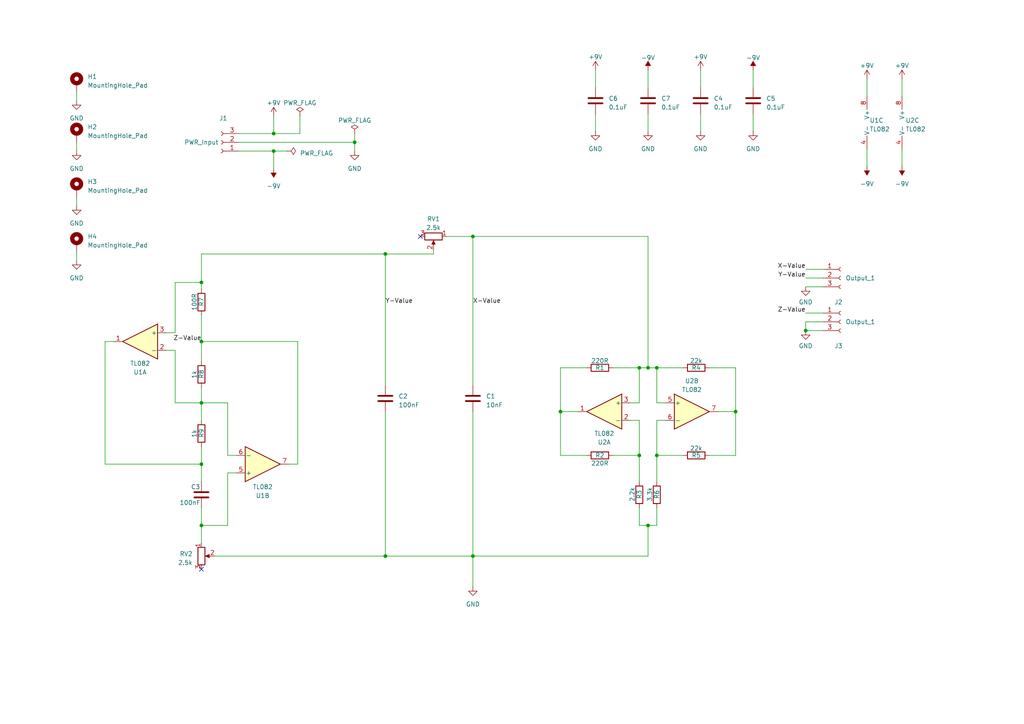
<source format=kicad_sch>
(kicad_sch (version 20230121) (generator eeschema)
  (paper "A4")
  (lib_symbols
    (symbol "Amplifier_Operational:TL082" (pin_names (offset 0.127))
      (property "Reference" "U" (at 0 5.08 0))
      (property "Value" "TL082" (at 0 -5.08 0))
      (symbol "TL082_1_1"
        (polyline (pts (xy -5.08 5.08) (xy 5.08 0) (xy -5.08 -5.08) (xy -5.08 5.08)) (stroke (width 0.254)) (fill (type background)))
        (pin output line (at 7.62 0 180) (length 2.54) (name "~") (number "1"))
        (pin input line (at -7.62 -2.54 0) (length 2.54) (name "-") (number "2"))
        (pin input line (at -7.62 2.54 0) (length 2.54) (name "+") (number "3"))
      )
      (symbol "TL082_2_1"
        (polyline (pts (xy -5.08 5.08) (xy 5.08 0) (xy -5.08 -5.08) (xy -5.08 5.08)) (stroke (width 0.254)) (fill (type background)))
        (pin input line (at -7.62 2.54 0) (length 2.54) (name "+") (number "5"))
        (pin input line (at -7.62 -2.54 0) (length 2.54) (name "-") (number "6"))
        (pin output line (at 7.62 0 180) (length 2.54) (name "~") (number "7"))
      )
      (symbol "TL082_3_1"
        (pin power_in line (at -2.54 -7.62 90) (length 3.81) (name "V-") (number "4"))
        (pin power_in line (at -2.54 7.62 270) (length 3.81) (name "V+") (number "8"))
      )
    )
    (symbol "Connector:Conn_01x03_Socket" (pin_names (offset 1.016) hide)
      (property "Reference" "J" (at 0 5.08 0))
      (property "Value" "Conn_01x03_Socket" (at 0 -5.08 0))
      (symbol "Conn_01x03_Socket_1_1"
        (arc (start 0 -2.032) (mid -0.5058 -2.54) (end 0 -3.048) (stroke (width 0.1524)))
        (polyline (pts (xy -1.27 -2.54) (xy -0.508 -2.54)) (stroke (width 0.1524)))
        (polyline (pts (xy -1.27 0) (xy -0.508 0)) (stroke (width 0.1524)))
        (polyline (pts (xy -1.27 2.54) (xy -0.508 2.54)) (stroke (width 0.1524)))
        (arc (start 0 0.508) (mid -0.5058 0) (end 0 -0.508) (stroke (width 0.1524)))
        (arc (start 0 3.048) (mid -0.5058 2.54) (end 0 2.032) (stroke (width 0.1524)))
        (pin passive line (at -5.08 2.54 0) (length 3.81) (name "Pin_1") (number "1"))
        (pin passive line (at -5.08 0 0) (length 3.81) (name "Pin_2") (number "2"))
        (pin passive line (at -5.08 -2.54 0) (length 3.81) (name "Pin_3") (number "3"))
      )
    )
    (symbol "Device:C" (pin_numbers hide) (pin_names (offset 0.254))
      (property "Reference" "C" (at 0.635 2.54 0))
      (property "Value" "C" (at 0.635 -2.54 0))
      (symbol "C_0_1"
        (polyline (pts (xy -2.032 -0.762) (xy 2.032 -0.762)) (stroke (width 0.508)))
        (polyline (pts (xy -2.032 0.762) (xy 2.032 0.762)) (stroke (width 0.508)))
      )
      (symbol "C_1_1"
        (pin passive line (at 0 3.81 270) (length 2.794) (name "~") (number "1"))
        (pin passive line (at 0 -3.81 90) (length 2.794) (name "~") (number "2"))
      )
    )
    (symbol "Device:R" (pin_numbers hide) (pin_names (offset 0))
      (property "Reference" "R" (at 2.032 0 90))
      (property "Value" "R" (at 0 0 90))
      (symbol "R_0_1"
        (rectangle (start -1.016 -2.54) (end 1.016 2.54) (stroke (width 0.254)))
      )
      (symbol "R_1_1"
        (pin passive line (at 0 3.81 270) (length 1.27) (name "~") (number "1"))
        (pin passive line (at 0 -3.81 90) (length 1.27) (name "~") (number "2"))
      )
    )
    (symbol "Device:R_Potentiometer" (pin_names (offset 1.016) hide)
      (property "Reference" "RV" (at -4.445 0 90))
      (property "Value" "R_Potentiometer" (at -2.54 0 90))
      (symbol "R_Potentiometer_0_1"
        (polyline (pts (xy 2.54 0) (xy 1.524 0)))
        (polyline (pts (xy 1.143 0) (xy 2.286 0.508) (xy 2.286 -0.508) (xy 1.143 0)) (fill (type outline)))
        (rectangle (start 1.016 2.54) (end -1.016 -2.54) (stroke (width 0.254)))
      )
      (symbol "R_Potentiometer_1_1"
        (pin passive line (at 0 3.81 270) (length 1.27) (name "1") (number "1"))
        (pin passive line (at 3.81 0 180) (length 1.27) (name "2") (number "2"))
        (pin passive line (at 0 -3.81 90) (length 1.27) (name "3") (number "3"))
      )
    )
    (symbol "Mechanical:MountingHole_Pad" (pin_numbers hide) (pin_names (offset 1.016) hide)
      (property "Reference" "H" (at 0 6.35 0))
      (property "Value" "MountingHole_Pad" (at 0 4.445 0))
      (symbol "MountingHole_Pad_0_1"
        (circle (center 0 1.27) (radius 1.27) (stroke (width 1.27)))
      )
      (symbol "MountingHole_Pad_1_1"
        (pin input line (at 0 -2.54 90) (length 2.54) (name "1") (number "1"))
      )
    )
    (symbol "power:+9V" (power) (pin_names (offset 0))
      (property "Value" "+9V" (at 0 3.556 0))
      (symbol "+9V_0_1"
        (polyline (pts (xy -0.762 1.27) (xy 0 2.54)))
        (polyline (pts (xy 0 0) (xy 0 2.54)))
        (polyline (pts (xy 0 2.54) (xy 0.762 1.27)))
      )
      (symbol "+9V_1_1"
        (pin power_in line (at 0 0 90) (length 0) hide (name "+9V") (number "1"))
      )
    )
    (symbol "power:-9V" (power) (pin_names (offset 0))
      (property "Value" "-9V" (at 0 3.81 0))
      (symbol "-9V_0_1"
        (polyline (pts (xy 0 0) (xy 0 2.54)))
        (polyline (pts (xy 0.762 1.27) (xy -0.762 1.27) (xy 0 2.54) (xy 0.762 1.27)) (fill (type outline)))
      )
      (symbol "-9V_1_1"
        (pin power_in line (at 0 0 90) (length 0) hide (name "-9V") (number "1"))
      )
    )
    (symbol "power:GND" (power) (pin_names (offset 0))
      (property "Value" "GND" (at 0 -3.81 0))
      (symbol "GND_0_1"
        (polyline (pts (xy 0 0) (xy 0 -1.27) (xy 1.27 -1.27) (xy 0 -2.54) (xy -1.27 -1.27) (xy 0 -1.27)))
      )
      (symbol "GND_1_1"
        (pin power_in line (at 0 0 270) (length 0) hide (name "GND") (number "1"))
      )
    )
    (symbol "power:PWR_FLAG" (power) (pin_numbers hide) (pin_names (offset 0) hide)
      (property "Value" "PWR_FLAG" (at 0 3.81 0))
      (symbol "PWR_FLAG_0_0"
        (pin power_out line (at 0 0 90) (length 0) (name "pwr") (number "1"))
      )
      (symbol "PWR_FLAG_0_1"
        (polyline (pts (xy 0 0) (xy 0 1.27) (xy -1.016 1.905) (xy 0 2.54) (xy 1.016 1.905) (xy 0 1.27)))
      )
    )
  )
  (junction (at 111.76 73.66))
  (junction (at 137.16 161.29))
  (junction (at 58.42 81.915))
  (junction (at 79.375 38.735))
  (junction (at 58.42 134.62))
  (junction (at 187.96 152.4))
  (junction (at 185.42 106.68))
  (junction (at 190.5 132.08))
  (junction (at 162.56 119.38))
  (junction (at 58.42 152.4))
  (junction (at 233.68 95.885))
  (junction (at 58.42 116.84))
  (junction (at 102.87 41.275))
  (junction (at 58.42 99.06))
  (junction (at 79.375 43.815))
  (junction (at 137.16 68.58))
  (junction (at 213.36 119.38))
  (junction (at 187.96 106.68))
  (junction (at 111.76 161.29))
  (junction (at 190.5 106.68))
  (junction (at 185.42 132.08))
  (no_connect (at 121.92 68.58))
  (no_connect (at 58.42 165.1))
  (wire (pts (xy 58.42 152.4) (xy 58.42 157.48)))
  (wire (pts (xy 182.88 121.92) (xy 185.42 121.92)))
  (wire (pts (xy 251.46 48.26) (xy 251.46 43.18)))
  (wire (pts (xy 48.26 96.52) (xy 50.8 96.52)))
  (wire (pts (xy 187.96 161.29) (xy 187.96 152.4)))
  (wire (pts (xy 50.8 116.84) (xy 58.42 116.84)))
  (wire (pts (xy 190.5 106.68) (xy 198.12 106.68)))
  (wire (pts (xy 233.68 93.345) (xy 233.68 95.885)))
  (wire (pts (xy 58.42 116.84) (xy 66.04 116.84)))
  (wire (pts (xy 86.36 134.62) (xy 86.36 99.06)))
  (wire (pts (xy 58.42 73.66) (xy 58.42 81.915)))
  (wire (pts (xy 162.56 119.38) (xy 167.64 119.38)))
  (wire (pts (xy 251.46 22.86) (xy 251.46 27.94)))
  (wire (pts (xy 111.76 119.38) (xy 111.76 161.29)))
  (wire (pts (xy 193.04 121.92) (xy 190.5 121.92)))
  (wire (pts (xy 238.76 78.105) (xy 233.68 78.105)))
  (wire (pts (xy 58.42 91.44) (xy 58.42 99.06)))
  (wire (pts (xy 238.76 90.805) (xy 233.68 90.805)))
  (wire (pts (xy 203.2 33.02) (xy 203.2 38.1)))
  (wire (pts (xy 137.16 161.29) (xy 137.16 170.18)))
  (wire (pts (xy 187.96 68.58) (xy 137.16 68.58)))
  (wire (pts (xy 172.72 33.02) (xy 172.72 38.1)))
  (wire (pts (xy 79.375 48.895) (xy 79.375 43.815)))
  (wire (pts (xy 137.16 161.29) (xy 187.96 161.29)))
  (wire (pts (xy 30.48 134.62) (xy 58.42 134.62)))
  (wire (pts (xy 261.62 22.86) (xy 261.62 27.94)))
  (wire (pts (xy 50.8 81.915) (xy 58.42 81.915)))
  (wire (pts (xy 79.375 33.655) (xy 79.375 38.735)))
  (wire (pts (xy 213.36 106.68) (xy 205.74 106.68)))
  (wire (pts (xy 137.16 68.58) (xy 129.54 68.58)))
  (wire (pts (xy 137.16 119.38) (xy 137.16 161.29)))
  (wire (pts (xy 79.375 43.815) (xy 69.215 43.815)))
  (wire (pts (xy 213.36 132.08) (xy 213.36 119.38)))
  (wire (pts (xy 102.87 38.735) (xy 102.87 41.275)))
  (wire (pts (xy 162.56 132.08) (xy 162.56 119.38)))
  (wire (pts (xy 58.42 147.32) (xy 58.42 152.4)))
  (wire (pts (xy 58.42 116.84) (xy 58.42 121.92)))
  (wire (pts (xy 137.16 111.76) (xy 137.16 68.58)))
  (wire (pts (xy 125.73 73.66) (xy 111.76 73.66)))
  (wire (pts (xy 190.5 106.68) (xy 190.5 116.84)))
  (wire (pts (xy 238.76 80.645) (xy 233.68 80.645)))
  (wire (pts (xy 66.04 152.4) (xy 66.04 137.16)))
  (wire (pts (xy 86.995 33.655) (xy 86.995 38.735)))
  (wire (pts (xy 185.42 106.68) (xy 185.42 116.84)))
  (wire (pts (xy 58.42 112.395) (xy 58.42 116.84)))
  (wire (pts (xy 172.72 20.32) (xy 172.72 25.4)))
  (wire (pts (xy 22.225 57.15) (xy 22.225 59.69)))
  (wire (pts (xy 58.42 152.4) (xy 66.04 152.4)))
  (wire (pts (xy 238.76 83.185) (xy 233.68 83.185)))
  (wire (pts (xy 205.74 132.08) (xy 213.36 132.08)))
  (wire (pts (xy 190.5 152.4) (xy 190.5 147.32)))
  (wire (pts (xy 261.62 48.26) (xy 261.62 43.18)))
  (wire (pts (xy 218.44 20.32) (xy 218.44 25.4)))
  (wire (pts (xy 185.42 132.08) (xy 185.42 121.92)))
  (wire (pts (xy 22.225 73.025) (xy 22.225 75.565)))
  (wire (pts (xy 58.42 99.06) (xy 58.42 104.775)))
  (wire (pts (xy 185.42 147.32) (xy 185.42 152.4)))
  (wire (pts (xy 177.8 132.08) (xy 185.42 132.08)))
  (wire (pts (xy 185.42 132.08) (xy 185.42 139.7)))
  (wire (pts (xy 66.04 132.08) (xy 66.04 116.84)))
  (wire (pts (xy 62.23 161.29) (xy 111.76 161.29)))
  (wire (pts (xy 58.42 83.82) (xy 58.42 81.915)))
  (wire (pts (xy 208.28 119.38) (xy 213.36 119.38)))
  (wire (pts (xy 162.56 106.68) (xy 170.18 106.68)))
  (wire (pts (xy 86.36 99.06) (xy 58.42 99.06)))
  (wire (pts (xy 69.215 38.735) (xy 79.375 38.735)))
  (wire (pts (xy 170.18 132.08) (xy 162.56 132.08)))
  (wire (pts (xy 187.96 20.32) (xy 187.96 25.4)))
  (wire (pts (xy 50.8 96.52) (xy 50.8 81.915)))
  (wire (pts (xy 22.225 41.275) (xy 22.225 43.815)))
  (wire (pts (xy 187.96 152.4) (xy 190.5 152.4)))
  (wire (pts (xy 238.76 93.345) (xy 233.68 93.345)))
  (wire (pts (xy 111.76 73.66) (xy 111.76 111.76)))
  (wire (pts (xy 66.04 137.16) (xy 68.58 137.16)))
  (wire (pts (xy 187.96 33.02) (xy 187.96 38.1)))
  (wire (pts (xy 30.48 134.62) (xy 30.48 99.06)))
  (wire (pts (xy 22.225 26.67) (xy 22.225 29.21)))
  (wire (pts (xy 83.82 134.62) (xy 86.36 134.62)))
  (wire (pts (xy 190.5 132.08) (xy 190.5 139.7)))
  (wire (pts (xy 30.48 99.06) (xy 33.02 99.06)))
  (wire (pts (xy 218.44 33.02) (xy 218.44 38.1)))
  (wire (pts (xy 125.73 72.39) (xy 125.73 73.66)))
  (wire (pts (xy 102.87 41.275) (xy 102.87 43.815)))
  (wire (pts (xy 69.215 41.275) (xy 102.87 41.275)))
  (wire (pts (xy 203.2 20.32) (xy 203.2 25.4)))
  (wire (pts (xy 182.88 116.84) (xy 185.42 116.84)))
  (wire (pts (xy 79.375 38.735) (xy 86.995 38.735)))
  (wire (pts (xy 185.42 152.4) (xy 187.96 152.4)))
  (wire (pts (xy 177.8 106.68) (xy 185.42 106.68)))
  (wire (pts (xy 187.96 106.68) (xy 190.5 106.68)))
  (wire (pts (xy 58.42 129.54) (xy 58.42 134.62)))
  (wire (pts (xy 187.96 106.68) (xy 187.96 68.58)))
  (wire (pts (xy 238.76 95.885) (xy 233.68 95.885)))
  (wire (pts (xy 111.76 73.66) (xy 58.42 73.66)))
  (wire (pts (xy 185.42 106.68) (xy 187.96 106.68)))
  (wire (pts (xy 198.12 132.08) (xy 190.5 132.08)))
  (wire (pts (xy 190.5 132.08) (xy 190.5 121.92)))
  (wire (pts (xy 68.58 132.08) (xy 66.04 132.08)))
  (wire (pts (xy 79.375 43.815) (xy 83.185 43.815)))
  (wire (pts (xy 193.04 116.84) (xy 190.5 116.84)))
  (wire (pts (xy 48.26 101.6) (xy 50.8 101.6)))
  (wire (pts (xy 213.36 119.38) (xy 213.36 106.68)))
  (wire (pts (xy 162.56 119.38) (xy 162.56 106.68)))
  (wire (pts (xy 111.76 161.29) (xy 137.16 161.29)))
  (wire (pts (xy 58.42 134.62) (xy 58.42 139.7)))
  (wire (pts (xy 50.8 101.6) (xy 50.8 116.84)))
  (label "Y-Value" (at 233.68 80.645 180))
  (label "Y-Value" (at 111.76 88.265 0))
  (label "Z-Value" (at 233.68 90.805 180))
  (label "X-Value" (at 233.68 78.105 180))
  (label "X-Value" (at 137.16 88.265 0))
  (label "Z-Value" (at 58.42 99.06 180))
  (symbol (lib_id "power:GND") (at 233.68 95.885 0) (unit 1)
    (property "Reference" "#PWR018" (effects hide))
    (property "Value" "GND" (at 233.68 100.33 0))
  )
  (symbol (lib_id "power:-9V") (at 187.96 20.32 0) (unit 1)
    (property "Reference" "#PWR015" (effects hide))
    (property "Value" "-9V" (at 187.96 16.764 0))
  )
  (symbol (lib_id "power:GND") (at 22.225 29.21 0) (unit 1)
    (property "Reference" "#PWR019" (effects hide))
    (property "Value" "GND" (at 22.225 34.29 0))
  )
  (symbol (lib_id "power:GND") (at 22.225 59.69 0) (unit 1)
    (property "Reference" "#PWR021" (effects hide))
    (property "Value" "GND" (at 22.225 64.77 0))
  )
  (symbol (lib_id "Amplifier_Operational:TL082") (at 200.66 119.38 0) (unit 2)
    (property "Reference" "U2" (at 200.66 110.49 0))
    (property "Value" "TL082" (at 200.66 113.03 0))
    (property "Footprint" "Package_DIP:DIP-8_W7.62mm" (effects hide))
    (property "Datasheet" "http://www.ti.com/lit/ds/symlink/tl081.pdf" (effects hide))
  )
  (symbol (lib_id "power:GND") (at 102.87 43.815 0) (unit 1)
    (property "Reference" "#PWR03" (effects hide))
    (property "Value" "GND" (at 102.87 48.895 0))
  )
  (symbol (lib_id "Device:R") (at 173.99 106.68 90) (unit 1)
    (property "Reference" "R1" (at 173.99 106.68 90))
    (property "Value" "220R" (at 173.99 104.648 90))
    (property "Footprint" "PCM_Resistor_THT_AKL:R_Axial_DIN0207_L6.3mm_D2.5mm_P10.16mm_Horizontal" (effects hide))
  )
  (symbol (lib_id "Connector:Conn_01x03_Socket") (at 64.135 41.275 180) (unit 1)
    (property "Reference" "J1" (at 64.77 34.29 0))
    (property "Value" "PWR_Input" (at 58.42 41.275 0))
    (property "Footprint" "addons:1985205" (effects hide))
  )
  (symbol (lib_id "power:+9V") (at 172.72 20.32 0) (unit 1)
    (property "Reference" "#PWR013" (effects hide))
    (property "Value" "+9V" (at 172.72 16.51 0))
  )
  (symbol (lib_id "Device:R") (at 173.99 132.08 90) (unit 1)
    (property "Reference" "R2" (at 173.99 132.08 90))
    (property "Value" "220R" (at 173.99 134.366 90))
    (property "Footprint" "PCM_Resistor_THT_AKL:R_Axial_DIN0207_L6.3mm_D2.5mm_P10.16mm_Horizontal" (effects hide))
  )
  (symbol (lib_id "power:GND") (at 218.44 38.1 0) (unit 1)
    (property "Reference" "#PWR012" (effects hide))
    (property "Value" "GND" (at 218.44 43.18 0))
  )
  (symbol (lib_id "Amplifier_Operational:TL082") (at 40.64 99.06 0) (mirror y) (unit 1)
    (property "Reference" "U1" (at 40.64 107.95 0))
    (property "Value" "TL082" (at 40.64 105.41 0))
    (property "Footprint" "Package_DIP:DIP-8_W7.62mm" (effects hide))
    (property "Datasheet" "http://www.ti.com/lit/ds/symlink/tl081.pdf" (effects hide))
  )
  (symbol (lib_id "Amplifier_Operational:TL082") (at 76.2 134.62 0) (mirror x) (unit 2)
    (property "Reference" "U1" (at 76.2 143.764 0))
    (property "Value" "TL082" (at 76.2 141.224 0))
    (property "Footprint" "Package_DIP:DIP-8_W7.62mm" (effects hide))
    (property "Datasheet" "http://www.ti.com/lit/ds/symlink/tl081.pdf" (effects hide))
  )
  (symbol (lib_id "Device:C") (at 111.76 115.57 0) (unit 1)
    (property "Reference" "C2" (at 115.57 114.935 0) (effects (justify left)))
    (property "Value" "100nF" (at 115.57 117.475 0) (effects (justify left)))
    (property "Footprint" "Capacitor_THT:C_Disc_D7.5mm_W5.0mm_P7.50mm" (effects hide))
  )
  (symbol (lib_id "Device:R") (at 58.42 87.63 0) (unit 1)
    (property "Reference" "R7" (at 58.42 88.9 90) (effects (justify left)))
    (property "Value" "100R" (at 56.388 90.17 90) (effects (justify left)))
    (property "Footprint" "PCM_Resistor_THT_AKL:R_Axial_DIN0207_L6.3mm_D2.5mm_P10.16mm_Horizontal" (effects hide))
  )
  (symbol (lib_id "Device:C") (at 218.44 29.21 0) (unit 1)
    (property "Reference" "C5" (at 222.25 28.575 0) (effects (justify left)))
    (property "Value" "0.1uF" (at 222.25 31.115 0) (effects (justify left)))
    (property "Footprint" "Capacitor_THT:C_Disc_D3.8mm_W2.6mm_P2.50mm" (effects hide))
  )
  (symbol (lib_id "power:-9V") (at 251.46 48.26 180) (unit 1)
    (property "Reference" "#PWR05" (effects hide))
    (property "Value" "-9V" (at 251.46 53.34 0))
  )
  (symbol (lib_id "Device:R_Potentiometer") (at 125.73 68.58 270) (unit 1)
    (property "Reference" "RV1" (at 125.73 63.5 90))
    (property "Value" "2.5k" (at 125.73 66.04 90))
    (property "Footprint" "Potentiometer_THT:Potentiometer_Bourns_3266W_Vertical" (effects hide))
  )
  (symbol (lib_id "Device:R") (at 190.5 143.51 180) (unit 1)
    (property "Reference" "R6" (at 190.5 144.78 90) (effects (justify right)))
    (property "Value" "3.3k" (at 188.468 145.542 90) (effects (justify right)))
    (property "Footprint" "PCM_Resistor_THT_AKL:R_Axial_DIN0207_L6.3mm_D2.5mm_P10.16mm_Horizontal" (effects hide))
  )
  (symbol (lib_id "Amplifier_Operational:TL082") (at 254 35.56 0) (unit 3)
    (property "Reference" "U1" (at 252.222 34.925 0) (effects (justify left)))
    (property "Value" "TL082" (at 252.222 37.465 0) (effects (justify left)))
    (property "Footprint" "Package_DIP:DIP-8_W7.62mm" (effects hide))
    (property "Datasheet" "http://www.ti.com/lit/ds/symlink/tl081.pdf" (effects hide))
  )
  (symbol (lib_id "power:GND") (at 22.225 75.565 0) (unit 1)
    (property "Reference" "#PWR022" (effects hide))
    (property "Value" "GND" (at 22.225 80.645 0))
  )
  (symbol (lib_id "power:GND") (at 22.225 43.815 0) (unit 1)
    (property "Reference" "#PWR020" (effects hide))
    (property "Value" "GND" (at 22.225 48.895 0))
  )
  (symbol (lib_id "Device:C") (at 203.2 29.21 0) (unit 1)
    (property "Reference" "C4" (at 207.01 28.575 0) (effects (justify left)))
    (property "Value" "0.1uF" (at 207.01 31.115 0) (effects (justify left)))
    (property "Footprint" "Capacitor_THT:C_Disc_D3.8mm_W2.6mm_P2.50mm" (effects hide))
  )
  (symbol (lib_id "Device:C") (at 137.16 115.57 0) (unit 1)
    (property "Reference" "C1" (at 140.97 114.935 0) (effects (justify left)))
    (property "Value" "10nF" (at 140.97 117.475 0) (effects (justify left)))
    (property "Footprint" "Capacitor_THT:C_Disc_D7.5mm_W5.0mm_P7.50mm" (effects hide))
  )
  (symbol (lib_id "power:+9V") (at 79.375 33.655 0) (unit 1)
    (property "Reference" "#PWR01" (effects hide))
    (property "Value" "+9V" (at 79.375 29.845 0))
  )
  (symbol (lib_id "Device:R") (at 185.42 143.51 0) (unit 1)
    (property "Reference" "R3" (at 185.42 144.78 90) (effects (justify left)))
    (property "Value" "2.2k" (at 183.388 145.542 90) (effects (justify left)))
    (property "Footprint" "PCM_Resistor_THT_AKL:R_Axial_DIN0207_L6.3mm_D2.5mm_P10.16mm_Horizontal" (effects hide))
  )
  (symbol (lib_id "Connector:Conn_01x03_Socket") (at 243.84 80.645 0) (unit 1)
    (property "Reference" "J2" (at 243.205 87.63 0))
    (property "Value" "Output_1" (at 249.555 80.645 0))
    (property "Footprint" "addons:1985205" (effects hide))
  )
  (symbol (lib_id "power:PWR_FLAG") (at 86.995 33.655 0) (unit 1)
    (property "Reference" "#FLG01" (effects hide))
    (property "Value" "PWR_FLAG" (at 86.995 29.845 0))
  )
  (symbol (lib_id "power:-9V") (at 79.375 48.895 180) (unit 1)
    (property "Reference" "#PWR02" (effects hide))
    (property "Value" "-9V" (at 79.375 53.975 0))
  )
  (symbol (lib_id "Amplifier_Operational:TL082") (at 264.16 35.56 0) (unit 3)
    (property "Reference" "U2" (at 262.636 34.925 0) (effects (justify left)))
    (property "Value" "TL082" (at 262.636 37.465 0) (effects (justify left)))
    (property "Footprint" "Package_DIP:DIP-8_W7.62mm" (effects hide))
    (property "Datasheet" "http://www.ti.com/lit/ds/symlink/tl081.pdf" (effects hide))
  )
  (symbol (lib_id "Device:C") (at 58.42 143.51 0) (unit 1)
    (property "Reference" "C3" (at 55.372 141.224 0) (effects (justify left)))
    (property "Value" "100nF" (at 52.07 145.796 0) (effects (justify left)))
    (property "Footprint" "Capacitor_THT:C_Disc_D7.5mm_W5.0mm_P7.50mm" (effects hide))
  )
  (symbol (lib_id "Mechanical:MountingHole_Pad") (at 22.225 70.485 0) (unit 1)
    (property "Reference" "H4" (at 25.4 68.58 0) (effects (justify left)))
    (property "Value" "MountingHole_Pad" (at 25.4 71.12 0) (effects (justify left)))
    (property "Footprint" "MountingHole:MountingHole_2.7mm_M2.5_DIN965_Pad" (effects hide))
  )
  (symbol (lib_id "Device:R") (at 201.93 106.68 90) (unit 1)
    (property "Reference" "R4" (at 201.93 106.68 90))
    (property "Value" "22k" (at 201.93 104.648 90))
    (property "Footprint" "PCM_Resistor_THT_AKL:R_Axial_DIN0207_L6.3mm_D2.5mm_P10.16mm_Horizontal" (effects hide))
  )
  (symbol (lib_id "power:+9V") (at 203.2 20.32 0) (unit 1)
    (property "Reference" "#PWR09" (effects hide))
    (property "Value" "+9V" (at 203.2 16.51 0))
  )
  (symbol (lib_id "power:GND") (at 187.96 38.1 0) (unit 1)
    (property "Reference" "#PWR016" (effects hide))
    (property "Value" "GND" (at 187.96 43.18 0))
  )
  (symbol (lib_id "power:GND") (at 172.72 38.1 0) (unit 1)
    (property "Reference" "#PWR014" (effects hide))
    (property "Value" "GND" (at 172.72 43.18 0))
  )
  (symbol (lib_id "Device:R") (at 58.42 125.73 0) (unit 1)
    (property "Reference" "R9" (at 58.42 127 90) (effects (justify left)))
    (property "Value" "1k" (at 56.388 127 90) (effects (justify left)))
    (property "Footprint" "PCM_Resistor_THT_AKL:R_Axial_DIN0207_L6.3mm_D2.5mm_P10.16mm_Horizontal" (effects hide))
  )
  (symbol (lib_id "Device:R") (at 201.93 132.08 90) (unit 1)
    (property "Reference" "R5" (at 201.93 132.08 90))
    (property "Value" "22k" (at 201.93 130.048 90))
    (property "Footprint" "PCM_Resistor_THT_AKL:R_Axial_DIN0207_L6.3mm_D2.5mm_P10.16mm_Horizontal" (effects hide))
  )
  (symbol (lib_id "Mechanical:MountingHole_Pad") (at 22.225 54.61 0) (unit 1)
    (property "Reference" "H3" (at 25.4 52.705 0) (effects (justify left)))
    (property "Value" "MountingHole_Pad" (at 25.4 55.245 0) (effects (justify left)))
    (property "Footprint" "MountingHole:MountingHole_2.7mm_M2.5_DIN965_Pad" (effects hide))
  )
  (symbol (lib_id "Device:C") (at 187.96 29.21 0) (unit 1)
    (property "Reference" "C7" (at 191.77 28.575 0) (effects (justify left)))
    (property "Value" "0.1uF" (at 191.77 31.115 0) (effects (justify left)))
    (property "Footprint" "Capacitor_THT:C_Disc_D3.8mm_W2.6mm_P2.50mm" (effects hide))
  )
  (symbol (lib_id "Mechanical:MountingHole_Pad") (at 22.225 38.735 0) (unit 1)
    (property "Reference" "H2" (at 25.4 36.83 0) (effects (justify left)))
    (property "Value" "MountingHole_Pad" (at 25.4 39.37 0) (effects (justify left)))
    (property "Footprint" "MountingHole:MountingHole_2.7mm_M2.5_DIN965_Pad" (effects hide))
  )
  (symbol (lib_id "Connector:Conn_01x03_Socket") (at 243.84 93.345 0) (unit 1)
    (property "Reference" "J3" (at 243.205 100.33 0))
    (property "Value" "Output_1" (at 249.555 93.345 0))
    (property "Footprint" "addons:1985205" (effects hide))
  )
  (symbol (lib_id "power:+9V") (at 251.46 22.86 0) (unit 1)
    (property "Reference" "#PWR06" (effects hide))
    (property "Value" "+9V" (at 251.46 19.05 0))
  )
  (symbol (lib_id "power:PWR_FLAG") (at 102.87 38.735 0) (unit 1)
    (property "Reference" "#FLG02" (effects hide))
    (property "Value" "PWR_FLAG" (at 102.87 34.925 0))
  )
  (symbol (lib_id "Mechanical:MountingHole_Pad") (at 22.225 24.13 0) (unit 1)
    (property "Reference" "H1" (at 25.4 22.225 0) (effects (justify left)))
    (property "Value" "MountingHole_Pad" (at 25.4 24.765 0) (effects (justify left)))
    (property "Footprint" "MountingHole:MountingHole_2.7mm_M2.5_DIN965_Pad" (effects hide))
  )
  (symbol (lib_id "power:PWR_FLAG") (at 83.185 43.815 270) (unit 1)
    (property "Reference" "#FLG03" (effects hide))
    (property "Value" "PWR_FLAG" (at 86.995 44.45 90) (effects (justify left)))
  )
  (symbol (lib_id "Device:C") (at 172.72 29.21 0) (unit 1)
    (property "Reference" "C6" (at 176.53 28.575 0) (effects (justify left)))
    (property "Value" "0.1uF" (at 176.53 31.115 0) (effects (justify left)))
    (property "Footprint" "Capacitor_THT:C_Disc_D3.8mm_W2.6mm_P2.50mm" (effects hide))
  )
  (symbol (lib_id "power:GND") (at 233.68 83.185 0) (unit 1)
    (property "Reference" "#PWR017" (effects hide))
    (property "Value" "GND" (at 233.68 87.63 0))
  )
  (symbol (lib_id "power:-9V") (at 261.62 48.26 180) (unit 1)
    (property "Reference" "#PWR08" (effects hide))
    (property "Value" "-9V" (at 261.62 53.34 0))
  )
  (symbol (lib_id "power:+9V") (at 261.62 22.86 0) (unit 1)
    (property "Reference" "#PWR07" (effects hide))
    (property "Value" "+9V" (at 261.62 19.05 0))
  )
  (symbol (lib_id "Amplifier_Operational:TL082") (at 175.26 119.38 0) (mirror y) (unit 1)
    (property "Reference" "U2" (at 175.26 128.27 0))
    (property "Value" "TL082" (at 175.26 125.73 0))
    (property "Footprint" "Package_DIP:DIP-8_W7.62mm" (effects hide))
    (property "Datasheet" "http://www.ti.com/lit/ds/symlink/tl081.pdf" (effects hide))
  )
  (symbol (lib_id "power:GND") (at 203.2 38.1 0) (unit 1)
    (property "Reference" "#PWR011" (effects hide))
    (property "Value" "GND" (at 203.2 43.18 0))
  )
  (symbol (lib_id "Device:R_Potentiometer") (at 58.42 161.29 0) (unit 1)
    (property "Reference" "RV2" (at 55.88 160.655 0) (effects (justify right)))
    (property "Value" "2.5k" (at 55.88 163.195 0) (effects (justify right)))
    (property "Footprint" "Potentiometer_THT:Potentiometer_Bourns_3266W_Vertical" (effects hide))
  )
  (symbol (lib_id "power:-9V") (at 218.44 20.32 0) (unit 1)
    (property "Reference" "#PWR010" (effects hide))
    (property "Value" "-9V" (at 218.44 16.764 0))
  )
  (symbol (lib_id "Device:R") (at 58.42 108.585 0) (unit 1)
    (property "Reference" "R8" (at 58.42 109.855 90) (effects (justify left)))
    (property "Value" "1k" (at 56.388 109.855 90) (effects (justify left)))
    (property "Footprint" "PCM_Resistor_THT_AKL:R_Axial_DIN0207_L6.3mm_D2.5mm_P10.16mm_Horizontal" (effects hide))
  )
  (symbol (lib_id "power:GND") (at 137.16 170.18 0) (unit 1)
    (property "Reference" "#PWR04" (effects hide))
    (property "Value" "GND" (at 137.16 175.26 0))
  )
)
</source>
